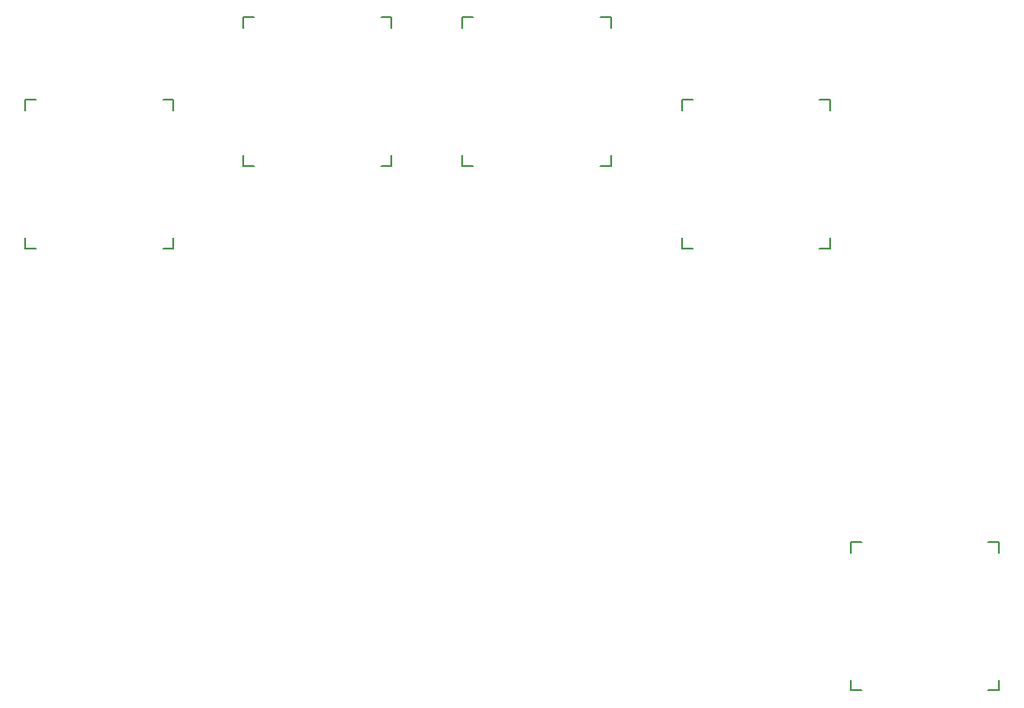
<source format=gbr>
%TF.GenerationSoftware,KiCad,Pcbnew,9.0.0*%
%TF.CreationDate,2025-05-22T09:46:44-07:00*%
%TF.ProjectId,cinco-cinco,63696e63-6f2d-4636-996e-636f2e6b6963,rev?*%
%TF.SameCoordinates,Original*%
%TF.FileFunction,Legend,Top*%
%TF.FilePolarity,Positive*%
%FSLAX46Y46*%
G04 Gerber Fmt 4.6, Leading zero omitted, Abs format (unit mm)*
G04 Created by KiCad (PCBNEW 9.0.0) date 2025-05-22 09:46:44*
%MOMM*%
%LPD*%
G01*
G04 APERTURE LIST*
%ADD10C,0.150000*%
G04 APERTURE END LIST*
D10*
%TO.C,SW1*%
X204545000Y-72000000D02*
X204545000Y-71000000D01*
X204545000Y-85000000D02*
X204545000Y-84000000D01*
X204545000Y-85000000D02*
X205545000Y-85000000D01*
X205545000Y-71000000D02*
X204545000Y-71000000D01*
X217545000Y-85000000D02*
X218545000Y-85000000D01*
X218545000Y-71000000D02*
X217545000Y-71000000D01*
X218545000Y-71000000D02*
X218545000Y-72000000D01*
X218545000Y-84000000D02*
X218545000Y-85000000D01*
X218545000Y-85000000D02*
X217545000Y-85000000D01*
%TO.C,SW2*%
X183870000Y-72000000D02*
X183870000Y-71000000D01*
X183870000Y-85000000D02*
X183870000Y-84000000D01*
X183870000Y-85000000D02*
X184870000Y-85000000D01*
X184870000Y-71000000D02*
X183870000Y-71000000D01*
X196870000Y-85000000D02*
X197870000Y-85000000D01*
X197870000Y-71000000D02*
X196870000Y-71000000D01*
X197870000Y-71000000D02*
X197870000Y-72000000D01*
X197870000Y-84000000D02*
X197870000Y-85000000D01*
X197870000Y-85000000D02*
X196870000Y-85000000D01*
%TO.C,SW5*%
X241170000Y-121500000D02*
X241170000Y-120500000D01*
X241170000Y-134500000D02*
X241170000Y-133500000D01*
X241170000Y-134500000D02*
X242170000Y-134500000D01*
X242170000Y-120500000D02*
X241170000Y-120500000D01*
X254170000Y-134500000D02*
X255170000Y-134500000D01*
X255170000Y-120500000D02*
X254170000Y-120500000D01*
X255170000Y-120500000D02*
X255170000Y-121500000D01*
X255170000Y-133500000D02*
X255170000Y-134500000D01*
X255170000Y-134500000D02*
X254170000Y-134500000D01*
%TO.C,SW3*%
X163290000Y-79800000D02*
X163290000Y-78800000D01*
X163290000Y-92800000D02*
X163290000Y-91800000D01*
X163290000Y-92800000D02*
X164290000Y-92800000D01*
X164290000Y-78800000D02*
X163290000Y-78800000D01*
X176290000Y-92800000D02*
X177290000Y-92800000D01*
X177290000Y-78800000D02*
X176290000Y-78800000D01*
X177290000Y-78800000D02*
X177290000Y-79800000D01*
X177290000Y-91800000D02*
X177290000Y-92800000D01*
X177290000Y-92800000D02*
X176290000Y-92800000D01*
%TO.C,SW4*%
X225250000Y-79800000D02*
X225250000Y-78800000D01*
X225250000Y-92800000D02*
X225250000Y-91800000D01*
X225250000Y-92800000D02*
X226250000Y-92800000D01*
X226250000Y-78800000D02*
X225250000Y-78800000D01*
X238250000Y-92800000D02*
X239250000Y-92800000D01*
X239250000Y-78800000D02*
X238250000Y-78800000D01*
X239250000Y-78800000D02*
X239250000Y-79800000D01*
X239250000Y-91800000D02*
X239250000Y-92800000D01*
X239250000Y-92800000D02*
X238250000Y-92800000D01*
%TD*%
M02*

</source>
